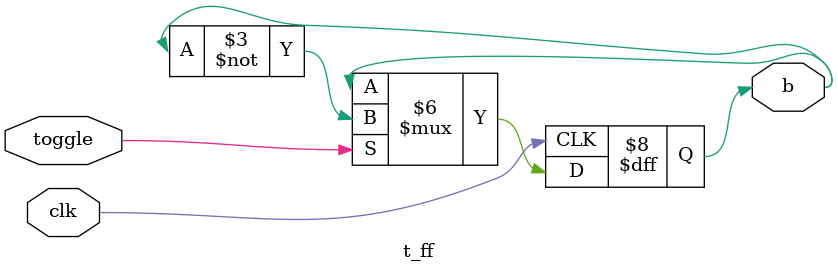
<source format=v>

module t_ff(input clk, input toggle, output reg b=0);
    always @ (negedge clk) begin
        if (toggle!=0)  b= ~b;
    end
endmodule
</source>
